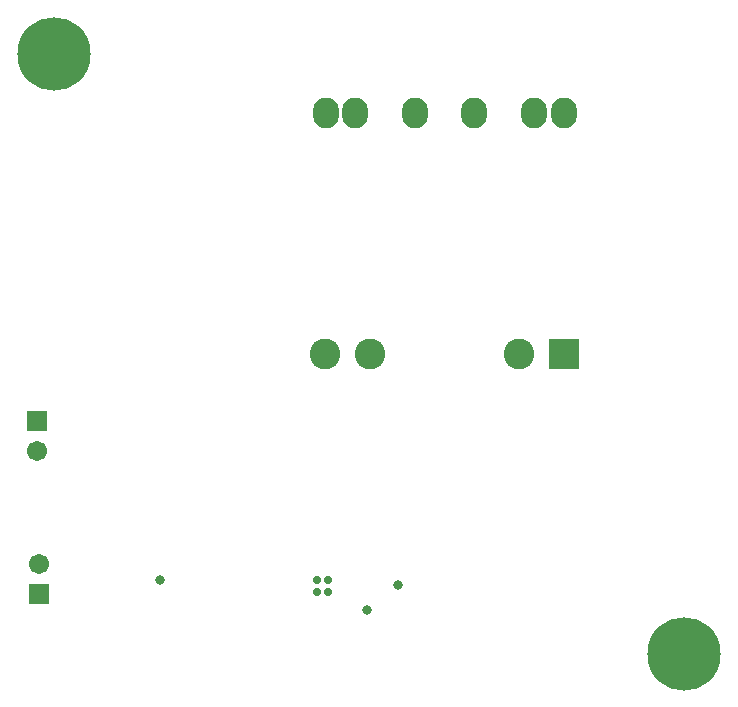
<source format=gbs>
G04*
G04 #@! TF.GenerationSoftware,Altium Limited,Altium Designer,20.2.6 (244)*
G04*
G04 Layer_Color=16711935*
%FSLAX25Y25*%
%MOIN*%
G70*
G04*
G04 #@! TF.SameCoordinates,DFA1C72D-2ED7-4C31-8EA1-ECB50900EFAB*
G04*
G04*
G04 #@! TF.FilePolarity,Negative*
G04*
G01*
G75*
%ADD31R,0.06706X0.06706*%
%ADD32C,0.06706*%
%ADD33C,0.24422*%
%ADD34O,0.08674X0.10249*%
%ADD35C,0.10249*%
%ADD36R,0.10249X0.10249*%
%ADD37C,0.02769*%
%ADD50C,0.03162*%
D31*
X14396Y97494D02*
D03*
X15000Y40000D02*
D03*
D32*
X14396Y87494D02*
D03*
X15000Y50000D02*
D03*
D33*
X230000Y20000D02*
D03*
X20000Y220000D02*
D03*
D34*
X140157Y200118D02*
D03*
X159843D02*
D03*
X179842D02*
D03*
X189842D02*
D03*
X120158D02*
D03*
X110630D02*
D03*
D35*
X174843Y119882D02*
D03*
X125157D02*
D03*
X110236D02*
D03*
D36*
X189842D02*
D03*
D37*
X107427Y40525D02*
D03*
Y44462D02*
D03*
X111364D02*
D03*
Y40525D02*
D03*
D50*
X124148Y34431D02*
D03*
X134569Y42997D02*
D03*
X55403Y44552D02*
D03*
M02*

</source>
